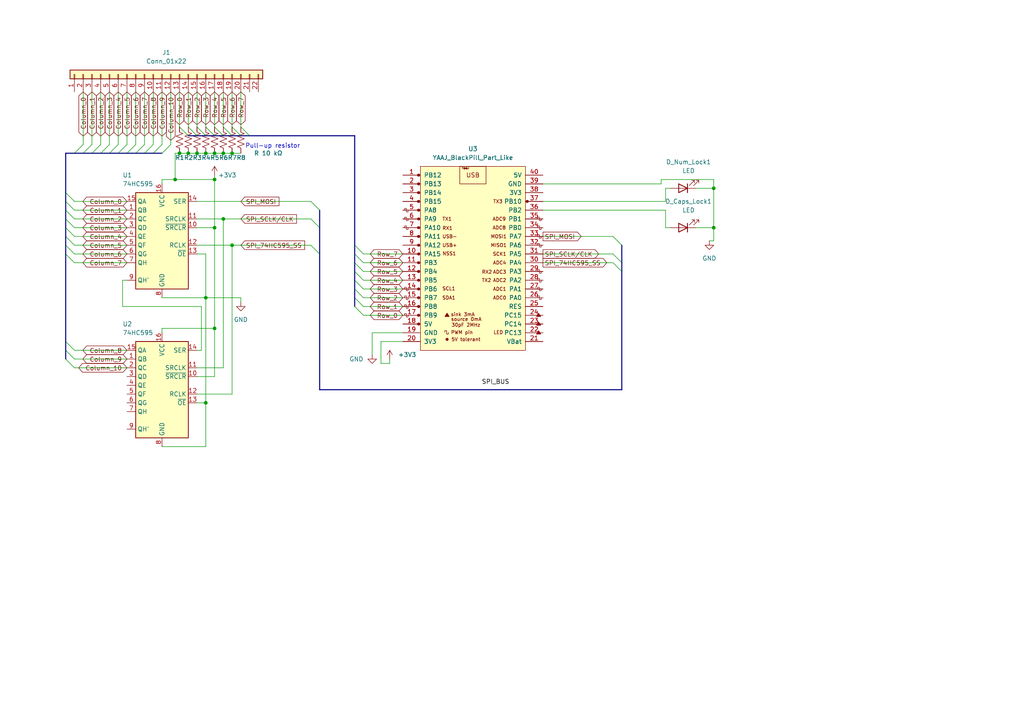
<source format=kicad_sch>
(kicad_sch (version 20211123) (generator eeschema)
  (paper "A4")
  (lib_symbols
    (symbol "74xx:74HC595"
      (property "Reference" "U" (at -7.62 13.97 0))
      (property "Value" "74HC595" (at -7.62 -16.51 0))
      (symbol "74HC595_1_0"
        (pin tri_state line (at 10.16 7.62 180) (length 2.54) (name "QB") (number "1"))
        (pin input line (at -10.16 2.54 0) (length 2.54) (name "~{SRCLR}") (number "10"))
        (pin input line (at -10.16 5.08 0) (length 2.54) (name "SRCLK") (number "11"))
        (pin input line (at -10.16 -2.54 0) (length 2.54) (name "RCLK") (number "12"))
        (pin input line (at -10.16 -5.08 0) (length 2.54) (name "~{OE}") (number "13"))
        (pin input line (at -10.16 10.16 0) (length 2.54) (name "SER") (number "14"))
        (pin tri_state line (at 10.16 10.16 180) (length 2.54) (name "QA") (number "15"))
        (pin power_in line (at 0 15.24 270) (length 2.54) (name "VCC") (number "16"))
        (pin tri_state line (at 10.16 5.08 180) (length 2.54) (name "QC") (number "2"))
        (pin tri_state line (at 10.16 2.54 180) (length 2.54) (name "QD") (number "3"))
        (pin tri_state line (at 10.16 0 180) (length 2.54) (name "QE") (number "4"))
        (pin tri_state line (at 10.16 -2.54 180) (length 2.54) (name "QF") (number "5"))
        (pin tri_state line (at 10.16 -5.08 180) (length 2.54) (name "QG") (number "6"))
        (pin tri_state line (at 10.16 -7.62 180) (length 2.54) (name "QH") (number "7"))
        (pin power_in line (at 0 -17.78 90) (length 2.54) (name "GND") (number "8"))
        (pin output line (at 10.16 -12.7 180) (length 2.54) (name "QH'") (number "9"))
      )
      (symbol "74HC595_1_1"
        (rectangle (start -7.62 12.7) (end 7.62 -15.24) (stroke (width 0.254)) (fill (type background)))
      )
    )
    (symbol "Connector_Generic:Conn_01x22" (pin_names (offset 1.016) hide)
      (property "Reference" "J" (at 0 27.94 0))
      (property "Value" "Conn_01x22" (at 0 -30.48 0))
      (symbol "Conn_01x22_1_1"
        (rectangle (start -1.27 -27.813) (end 0 -28.067) (stroke (width 0.1524)))
        (rectangle (start -1.27 -25.273) (end 0 -25.527) (stroke (width 0.1524)))
        (rectangle (start -1.27 -22.733) (end 0 -22.987) (stroke (width 0.1524)))
        (rectangle (start -1.27 -20.193) (end 0 -20.447) (stroke (width 0.1524)))
        (rectangle (start -1.27 -17.653) (end 0 -17.907) (stroke (width 0.1524)))
        (rectangle (start -1.27 -15.113) (end 0 -15.367) (stroke (width 0.1524)))
        (rectangle (start -1.27 -12.573) (end 0 -12.827) (stroke (width 0.1524)))
        (rectangle (start -1.27 -10.033) (end 0 -10.287) (stroke (width 0.1524)))
        (rectangle (start -1.27 -7.493) (end 0 -7.747) (stroke (width 0.1524)))
        (rectangle (start -1.27 -4.953) (end 0 -5.207) (stroke (width 0.1524)))
        (rectangle (start -1.27 -2.413) (end 0 -2.667) (stroke (width 0.1524)))
        (rectangle (start -1.27 0.127) (end 0 -0.127) (stroke (width 0.1524)))
        (rectangle (start -1.27 2.667) (end 0 2.413) (stroke (width 0.1524)))
        (rectangle (start -1.27 5.207) (end 0 4.953) (stroke (width 0.1524)))
        (rectangle (start -1.27 7.747) (end 0 7.493) (stroke (width 0.1524)))
        (rectangle (start -1.27 10.287) (end 0 10.033) (stroke (width 0.1524)))
        (rectangle (start -1.27 12.827) (end 0 12.573) (stroke (width 0.1524)))
        (rectangle (start -1.27 15.367) (end 0 15.113) (stroke (width 0.1524)))
        (rectangle (start -1.27 17.907) (end 0 17.653) (stroke (width 0.1524)))
        (rectangle (start -1.27 20.447) (end 0 20.193) (stroke (width 0.1524)))
        (rectangle (start -1.27 22.987) (end 0 22.733) (stroke (width 0.1524)))
        (rectangle (start -1.27 25.527) (end 0 25.273) (stroke (width 0.1524)))
        (rectangle (start -1.27 26.67) (end 1.27 -29.21) (stroke (width 0.254)) (fill (type background)))
        (pin passive line (at -5.08 25.4 0) (length 3.81) (name "Pin_1") (number "1"))
        (pin passive line (at -5.08 2.54 0) (length 3.81) (name "Pin_10") (number "10"))
        (pin passive line (at -5.08 0 0) (length 3.81) (name "Pin_11") (number "11"))
        (pin passive line (at -5.08 -2.54 0) (length 3.81) (name "Pin_12") (number "12"))
        (pin passive line (at -5.08 -5.08 0) (length 3.81) (name "Pin_13") (number "13"))
        (pin passive line (at -5.08 -7.62 0) (length 3.81) (name "Pin_14") (number "14"))
        (pin passive line (at -5.08 -10.16 0) (length 3.81) (name "Pin_15") (number "15"))
        (pin passive line (at -5.08 -12.7 0) (length 3.81) (name "Pin_16") (number "16"))
        (pin passive line (at -5.08 -15.24 0) (length 3.81) (name "Pin_17") (number "17"))
        (pin passive line (at -5.08 -17.78 0) (length 3.81) (name "Pin_18") (number "18"))
        (pin passive line (at -5.08 -20.32 0) (length 3.81) (name "Pin_19") (number "19"))
        (pin passive line (at -5.08 22.86 0) (length 3.81) (name "Pin_2") (number "2"))
        (pin passive line (at -5.08 -22.86 0) (length 3.81) (name "Pin_20") (number "20"))
        (pin passive line (at -5.08 -25.4 0) (length 3.81) (name "Pin_21") (number "21"))
        (pin passive line (at -5.08 -27.94 0) (length 3.81) (name "Pin_22") (number "22"))
        (pin passive line (at -5.08 20.32 0) (length 3.81) (name "Pin_3") (number "3"))
        (pin passive line (at -5.08 17.78 0) (length 3.81) (name "Pin_4") (number "4"))
        (pin passive line (at -5.08 15.24 0) (length 3.81) (name "Pin_5") (number "5"))
        (pin passive line (at -5.08 12.7 0) (length 3.81) (name "Pin_6") (number "6"))
        (pin passive line (at -5.08 10.16 0) (length 3.81) (name "Pin_7") (number "7"))
        (pin passive line (at -5.08 7.62 0) (length 3.81) (name "Pin_8") (number "8"))
        (pin passive line (at -5.08 5.08 0) (length 3.81) (name "Pin_9") (number "9"))
      )
    )
    (symbol "Device:LED" (pin_numbers hide) (pin_names (offset 1.016) hide)
      (property "Reference" "D" (at 0 2.54 0))
      (property "Value" "LED" (at 0 -2.54 0))
      (symbol "LED_0_1"
        (polyline (pts (xy -1.27 -1.27) (xy -1.27 1.27)) (stroke (width 0.254)))
        (polyline (pts (xy -1.27 0) (xy 1.27 0)))
        (polyline (pts (xy 1.27 -1.27) (xy 1.27 1.27) (xy -1.27 0) (xy 1.27 -1.27)) (stroke (width 0.254)))
        (polyline (pts (xy -3.048 -0.762) (xy -4.572 -2.286) (xy -3.81 -2.286) (xy -4.572 -2.286) (xy -4.572 -1.524)))
        (polyline (pts (xy -1.778 -0.762) (xy -3.302 -2.286) (xy -2.54 -2.286) (xy -3.302 -2.286) (xy -3.302 -1.524)))
      )
      (symbol "LED_1_1"
        (pin passive line (at -3.81 0 0) (length 2.54) (name "K") (number "1"))
        (pin passive line (at 3.81 0 180) (length 2.54) (name "A") (number "2"))
      )
    )
    (symbol "Device:R_US" (pin_numbers hide) (pin_names (offset 0))
      (property "Reference" "R" (at 2.54 0 90))
      (property "Value" "R_US" (at -2.54 0 90))
      (symbol "R_US_0_1"
        (polyline (pts (xy 0 -2.286) (xy 0 -2.54)))
        (polyline (pts (xy 0 2.286) (xy 0 2.54)))
        (polyline (pts (xy 0 -0.762) (xy 1.016 -1.143) (xy 0 -1.524) (xy -1.016 -1.905) (xy 0 -2.286)))
        (polyline (pts (xy 0 0.762) (xy 1.016 0.381) (xy 0 0) (xy -1.016 -0.381) (xy 0 -0.762)))
        (polyline (pts (xy 0 2.286) (xy 1.016 1.905) (xy 0 1.524) (xy -1.016 1.143) (xy 0 0.762)))
      )
      (symbol "R_US_1_1"
        (pin passive line (at 0 3.81 270) (length 1.27) (name "~") (number "1"))
        (pin passive line (at 0 -3.81 90) (length 1.27) (name "~") (number "2"))
      )
    )
    (symbol "YAAJ_WeAct_BlackPill_Part_Like:YAAJ_WeAct_BlackPill_Part_Like" (pin_names (offset 1.016))
      (property "Reference" "U" (at -12.7 27.94 0))
      (property "Value" "YAAJ_WeAct_BlackPill_Part_Like" (at 0 2.54 90))
      (symbol "YAAJ_WeAct_BlackPill_Part_Like_0_0"
        (circle (center -15.748 -20.32) (radius 0.3556) (fill (type outline)))
        (circle (center -15.748 -17.78) (radius 0.3556) (fill (type outline)))
        (circle (center -15.748 -15.24) (radius 0.3556) (fill (type outline)))
        (circle (center -15.748 -12.7) (radius 0.3556) (fill (type outline)))
        (circle (center -15.748 -10.16) (radius 0.3556) (fill (type outline)))
        (circle (center -15.748 -7.62) (radius 0.3556) (fill (type outline)))
        (circle (center -15.748 -5.08) (radius 0.3556) (fill (type outline)))
        (circle (center -15.748 -2.54) (radius 0.3556) (fill (type outline)))
        (circle (center -15.748 0) (radius 0.3556) (fill (type outline)))
        (circle (center -15.748 2.54) (radius 0.3556) (fill (type outline)))
        (circle (center -15.748 5.08) (radius 0.3556) (fill (type outline)))
        (circle (center -15.748 7.62) (radius 0.3556) (fill (type outline)))
        (circle (center -15.748 10.16) (radius 0.3556) (fill (type outline)))
        (circle (center -15.748 12.7) (radius 0.3556) (fill (type outline)))
        (circle (center -15.748 15.24) (radius 0.3556) (fill (type outline)))
        (circle (center -15.748 17.78) (radius 0.3556) (fill (type outline)))
        (circle (center -15.748 22.86) (radius 0.3556) (fill (type outline)))
        (circle (center -7.493 -24.765) (radius 0.127) (fill (type outline)))
        (circle (center -7.493 -24.765) (radius 0.254))
        (circle (center -7.493 -24.765) (radius 0.3556))
        (polyline (pts (xy -8.128 -18.161) (xy -7.493 -17.145) (xy -6.858 -18.161) (xy -8.128 -18.161) (xy -7.493 -17.272) (xy -6.985 -18.161) (xy -8.001 -18.034) (xy -7.493 -17.399) (xy -7.112 -18.161) (xy -7.874 -17.907) (xy -7.366 -17.526) (xy -7.239 -18.161) (xy -7.747 -17.78) (xy -7.239 -17.653) (xy -7.366 -18.034) (xy -7.62 -17.78) (xy -7.366 -17.907) (xy -7.493 -17.653)))
        (polyline (pts (xy 18.415 -23.241) (xy 19.05 -22.225) (xy 19.685 -23.241) (xy 18.415 -23.241) (xy 19.05 -22.352) (xy 19.558 -23.241) (xy 18.542 -23.114) (xy 19.05 -22.479) (xy 19.431 -23.241) (xy 18.669 -22.987) (xy 19.177 -22.606) (xy 19.304 -23.241) (xy 18.796 -22.86) (xy 19.304 -22.733) (xy 19.177 -23.114) (xy 18.923 -22.86) (xy 19.177 -22.987) (xy 19.05 -22.733)))
        (polyline (pts (xy 18.415 -20.701) (xy 19.05 -19.685) (xy 19.685 -20.701) (xy 18.415 -20.701) (xy 19.05 -19.812) (xy 19.558 -20.701) (xy 18.542 -20.574) (xy 19.05 -19.939) (xy 19.431 -20.701) (xy 18.669 -20.447) (xy 19.177 -20.066) (xy 19.304 -20.701) (xy 18.796 -20.32) (xy 19.304 -20.193) (xy 19.177 -20.574) (xy 18.923 -20.32) (xy 19.177 -20.447) (xy 19.05 -20.193)))
        (polyline (pts (xy 18.415 -18.161) (xy 19.05 -17.145) (xy 19.685 -18.161) (xy 18.415 -18.161) (xy 19.05 -17.272) (xy 19.558 -18.161) (xy 18.542 -18.034) (xy 19.05 -17.399) (xy 19.431 -18.161) (xy 18.669 -17.907) (xy 19.177 -17.526) (xy 19.304 -18.161) (xy 18.796 -17.78) (xy 19.304 -17.653) (xy 19.177 -18.034) (xy 18.923 -17.78) (xy 19.177 -17.907) (xy 19.05 -17.653)))
        (circle (center 15.748 15.24) (radius 0.254) (fill (type outline)))
        (circle (center 15.748 15.24) (radius 0.3556))
        (text "30pF 2MHz" (at -2.032 -20.574 0) (effects (font (size 0.9906 0.9906))))
        (text "5V tolerant" (at -2.032 -24.765 0) (effects (font (size 0.9906 0.9906))))
        (text "ADC0" (at 7.747 -12.7 0) (effects (font (size 0.9906 0.9906))))
        (text "ADC1" (at 7.747 -10.16 0) (effects (font (size 0.9906 0.9906))))
        (text "ADC2" (at 7.747 -7.62 0) (effects (font (size 0.9906 0.9906))))
        (text "ADC3" (at 7.747 -5.207 0) (effects (font (size 0.9906 0.9906))))
        (text "ADC4" (at 7.747 -2.54 0) (effects (font (size 0.9906 0.9906))))
        (text "ADC8" (at 7.62 7.62 0) (effects (font (size 0.9906 0.9906))))
        (text "ADC9" (at 7.62 10.16 0) (effects (font (size 0.9906 0.9906))))
        (text "LED" (at 7.366 -22.733 0) (effects (font (size 0.9906 0.9906))))
        (text "MISO1" (at 7.493 2.54 0) (effects (font (size 0.9906 0.9906))))
        (text "MOSI1" (at 7.493 5.08 0) (effects (font (size 0.9906 0.9906))))
        (text "NSS1" (at -6.858 0.127 0) (effects (font (size 0.9906 0.9906))))
        (text "PWM pin" (at -3.175 -22.733 0) (effects (font (size 0.9906 0.9906))))
        (text "RX1" (at -7.366 7.493 0) (effects (font (size 0.9906 0.9906))))
        (text "RX2" (at 4.064 -5.207 0) (effects (font (size 0.9906 0.9906))))
        (text "SCK1" (at 7.747 0 0) (effects (font (size 0.9906 0.9906))))
        (text "SCL1" (at -6.985 -10.033 0) (effects (font (size 0.9906 0.9906))))
        (text "SDA1" (at -6.985 -12.7 0) (effects (font (size 0.9906 0.9906))))
        (text "sink 3mA" (at -2.921 -17.526 0) (effects (font (size 0.9906 0.9906))))
        (text "source 0mA" (at -1.905 -18.923 0) (effects (font (size 0.9906 0.9906))))
        (text "TX1" (at -7.493 10.16 0) (effects (font (size 0.9906 0.9906))))
        (text "TX2" (at 3.937 -7.62 0) (effects (font (size 0.9906 0.9906))))
        (text "TX3" (at 7.239 15.24 0) (effects (font (size 0.9906 0.9906))))
        (text "USB" (at 0 22.86 0) (effects (font (size 1.27 1.27))))
        (text "USB+" (at -6.731 2.54 0) (effects (font (size 0.9906 0.9906))))
        (text "USB-" (at -6.731 5.08 0) (effects (font (size 0.9906 0.9906))))
        (text "Y@@J" (at -2.159 24.892 0) (effects (font (size 0.508 0.508))))
      )
      (symbol "YAAJ_WeAct_BlackPill_Part_Like_0_1"
        (rectangle (start -15.24 25.4) (end 15.24 -27.94) (fill (type background)))
        (polyline (pts (xy -18.796 -17.78) (xy -18.796 -18.288) (xy -19.304 -18.288) (xy -19.304 -17.272) (xy -19.812 -17.272) (xy -19.812 -17.78)))
        (polyline (pts (xy -18.796 -15.24) (xy -18.796 -15.748) (xy -19.304 -15.748) (xy -19.304 -14.732) (xy -19.812 -14.732) (xy -19.812 -15.24)))
        (polyline (pts (xy -18.796 -12.7) (xy -18.796 -13.208) (xy -19.304 -13.208) (xy -19.304 -12.192) (xy -19.812 -12.192) (xy -19.812 -12.7)))
        (polyline (pts (xy -18.796 -10.16) (xy -18.796 -10.668) (xy -19.304 -10.668) (xy -19.304 -9.652) (xy -19.812 -9.652) (xy -19.812 -10.16)))
        (polyline (pts (xy -18.796 7.62) (xy -18.796 7.112) (xy -19.304 7.112) (xy -19.304 8.128) (xy -19.812 8.128) (xy -19.812 7.62)))
        (polyline (pts (xy -18.796 10.16) (xy -18.796 9.652) (xy -19.304 9.652) (xy -19.304 10.668) (xy -19.812 10.668) (xy -19.812 10.16)))
        (polyline (pts (xy -18.796 12.7) (xy -18.796 12.192) (xy -19.304 12.192) (xy -19.304 13.208) (xy -19.812 13.208) (xy -19.812 12.7)))
        (polyline (pts (xy -7.112 -22.733) (xy -7.112 -23.241) (xy -7.62 -23.241) (xy -7.62 -22.225) (xy -8.128 -22.225) (xy -8.128 -22.733)))
        (polyline (pts (xy 19.812 -12.7) (xy 19.812 -13.208) (xy 19.304 -13.208) (xy 19.304 -12.192) (xy 18.796 -12.192) (xy 18.796 -12.7)))
        (polyline (pts (xy 19.812 -10.16) (xy 19.812 -10.668) (xy 19.304 -10.668) (xy 19.304 -9.652) (xy 18.796 -9.652) (xy 18.796 -10.16)))
        (polyline (pts (xy 19.812 -7.62) (xy 19.812 -8.128) (xy 19.304 -8.128) (xy 19.304 -7.112) (xy 18.796 -7.112) (xy 18.796 -7.62)))
        (polyline (pts (xy 19.812 -5.08) (xy 19.812 -5.588) (xy 19.304 -5.588) (xy 19.304 -4.572) (xy 18.796 -4.572) (xy 18.796 -5.08)))
        (polyline (pts (xy 19.812 2.54) (xy 19.812 2.032) (xy 19.304 2.032) (xy 19.304 3.048) (xy 18.796 3.048) (xy 18.796 2.54)))
        (polyline (pts (xy 19.812 5.08) (xy 19.812 4.572) (xy 19.304 4.572) (xy 19.304 5.588) (xy 18.796 5.588) (xy 18.796 5.08)))
        (polyline (pts (xy 19.812 7.62) (xy 19.812 7.112) (xy 19.304 7.112) (xy 19.304 8.128) (xy 18.796 8.128) (xy 18.796 7.62)))
        (polyline (pts (xy 19.812 10.16) (xy 19.812 9.652) (xy 19.304 9.652) (xy 19.304 10.668) (xy 18.796 10.668) (xy 18.796 10.16)))
        (rectangle (start 3.81 25.4) (end -3.81 20.32))
      )
      (symbol "YAAJ_WeAct_BlackPill_Part_Like_1_1"
        (circle (center -15.748 20.32) (radius 0.3556) (fill (type outline)))
        (pin bidirectional line (at -20.32 22.86 0) (length 5.08) (name "PB12") (number "1"))
        (pin bidirectional line (at -20.32 0 0) (length 5.08) (name "PA15") (number "10"))
        (pin bidirectional line (at -20.32 -2.54 0) (length 5.08) (name "PB3") (number "11"))
        (pin bidirectional line (at -20.32 -5.08 0) (length 5.08) (name "PB4") (number "12"))
        (pin bidirectional line (at -20.32 -7.62 0) (length 5.08) (name "PB5") (number "13"))
        (pin bidirectional line (at -20.32 -10.16 0) (length 5.08) (name "PB6") (number "14"))
        (pin bidirectional line (at -20.32 -12.7 0) (length 5.08) (name "PB7") (number "15"))
        (pin bidirectional line (at -20.32 -15.24 0) (length 5.08) (name "PB8") (number "16"))
        (pin bidirectional line (at -20.32 -17.78 0) (length 5.08) (name "PB9") (number "17"))
        (pin power_in line (at -20.32 -20.32 0) (length 5.08) (name "5V") (number "18"))
        (pin power_in line (at -20.32 -22.86 0) (length 5.08) (name "GND") (number "19"))
        (pin bidirectional line (at -20.32 20.32 0) (length 5.08) (name "PB13") (number "2"))
        (pin power_in line (at -20.32 -25.4 0) (length 5.08) (name "3V3") (number "20"))
        (pin power_in line (at 20.32 -25.4 180) (length 5.08) (name "VBat") (number "21"))
        (pin bidirectional line (at 20.32 -22.86 180) (length 5.08) (name "PC13") (number "22"))
        (pin bidirectional line (at 20.32 -20.32 180) (length 5.08) (name "PC14") (number "23"))
        (pin bidirectional line (at 20.32 -17.78 180) (length 5.08) (name "PC15") (number "24"))
        (pin input line (at 20.32 -15.24 180) (length 5.08) (name "RES") (number "25"))
        (pin bidirectional line (at 20.32 -12.7 180) (length 5.08) (name "PA0") (number "26"))
        (pin bidirectional line (at 20.32 -10.16 180) (length 5.08) (name "PA1") (number "27"))
        (pin bidirectional line (at 20.32 -7.62 180) (length 5.08) (name "PA2") (number "28"))
        (pin bidirectional line (at 20.32 -5.08 180) (length 5.08) (name "PA3") (number "29"))
        (pin bidirectional line (at -20.32 17.78 0) (length 5.08) (name "PB14") (number "3"))
        (pin bidirectional line (at 20.32 -2.54 180) (length 5.08) (name "PA4") (number "30"))
        (pin bidirectional line (at 20.32 0 180) (length 5.08) (name "PA5") (number "31"))
        (pin bidirectional line (at 20.32 2.54 180) (length 5.08) (name "PA6") (number "32"))
        (pin bidirectional line (at 20.32 5.08 180) (length 5.08) (name "PA7") (number "33"))
        (pin bidirectional line (at 20.32 7.62 180) (length 5.08) (name "PB0") (number "34"))
        (pin bidirectional line (at 20.32 10.16 180) (length 5.08) (name "PB1") (number "35"))
        (pin bidirectional line (at 20.32 12.7 180) (length 5.08) (name "PB2") (number "36"))
        (pin bidirectional line (at 20.32 15.24 180) (length 5.08) (name "PB10") (number "37"))
        (pin power_in line (at 20.32 17.78 180) (length 5.08) (name "3V3") (number "38"))
        (pin power_in line (at 20.32 20.32 180) (length 5.08) (name "GND") (number "39"))
        (pin bidirectional line (at -20.32 15.24 0) (length 5.08) (name "PB15") (number "4"))
        (pin power_in line (at 20.32 22.86 180) (length 5.08) (name "5V") (number "40"))
        (pin bidirectional line (at -20.32 12.7 0) (length 5.08) (name "PA8") (number "5"))
        (pin bidirectional line (at -20.32 10.16 0) (length 5.08) (name "PA9") (number "6"))
        (pin bidirectional line (at -20.32 7.62 0) (length 5.08) (name "PA10") (number "7"))
        (pin bidirectional line (at -20.32 5.08 0) (length 5.08) (name "PA11") (number "8"))
        (pin bidirectional line (at -20.32 2.54 0) (length 5.08) (name "PA12") (number "9"))
      )
    )
    (symbol "power:+3V3" (power) (pin_names (offset 0))
      (property "Value" "+3V3" (at 0 3.556 0))
      (symbol "+3V3_0_1"
        (polyline (pts (xy -0.762 1.27) (xy 0 2.54)))
        (polyline (pts (xy 0 0) (xy 0 2.54)))
        (polyline (pts (xy 0 2.54) (xy 0.762 1.27)))
      )
      (symbol "+3V3_1_1"
        (pin power_in line (at 0 0 90) (length 0) hide (name "+3V3") (number "1"))
      )
    )
    (symbol "power:GND" (power) (pin_names (offset 0))
      (property "Value" "GND" (at 0 -3.81 0))
      (symbol "GND_0_1"
        (polyline (pts (xy 0 0) (xy 0 -1.27) (xy 1.27 -1.27) (xy 0 -2.54) (xy -1.27 -1.27) (xy 0 -1.27)))
      )
      (symbol "GND_1_1"
        (pin power_in line (at 0 0 270) (length 0) hide (name "GND") (number "1"))
      )
    )
  )
  (junction (at 62.23 52.07))
  (junction (at 52.07 44.45))
  (junction (at 64.77 63.5))
  (junction (at 50.8 52.07))
  (junction (at 57.15 44.45))
  (junction (at 59.69 86.36))
  (junction (at 207.01 54.61))
  (junction (at 62.23 44.45))
  (junction (at 67.31 44.45))
  (junction (at 67.31 71.12))
  (junction (at 54.61 44.45))
  (junction (at 62.23 66.04))
  (junction (at 59.69 44.45))
  (junction (at 59.69 116.84))
  (junction (at 62.23 95.25))
  (junction (at 207.01 66.04))
  (junction (at 64.77 44.45))
  (bus_entry (at 90.17 63.5) (size 2.54 2.54))
  (bus_entry (at 90.17 71.12) (size 2.54 2.54))
  (bus_entry (at 90.17 58.42) (size 2.54 2.54))
  (bus_entry (at 19.05 63.5) (size 2.54 2.54))
  (bus_entry (at 19.05 55.88) (size 2.54 2.54))
  (bus_entry (at 19.05 60.96) (size 2.54 2.54))
  (bus_entry (at 19.05 58.42) (size 2.54 2.54))
  (bus_entry (at 19.05 68.58) (size 2.54 2.54))
  (bus_entry (at 19.05 71.12) (size 2.54 2.54))
  (bus_entry (at 19.05 73.66) (size 2.54 2.54))
  (bus_entry (at 19.05 66.04) (size 2.54 2.54))
  (bus_entry (at 19.05 101.6) (size 2.54 2.54))
  (bus_entry (at 19.05 99.06) (size 2.54 2.54))
  (bus_entry (at 19.05 104.14) (size 2.54 2.54))
  (bus_entry (at 41.91 41.91) (size -2.54 2.54))
  (bus_entry (at 49.53 41.91) (size -2.54 2.54))
  (bus_entry (at 46.99 41.91) (size -2.54 2.54))
  (bus_entry (at 44.45 41.91) (size -2.54 2.54))
  (bus_entry (at 39.37 41.91) (size -2.54 2.54))
  (bus_entry (at 67.31 36.83) (size 2.54 2.54))
  (bus_entry (at 69.85 36.83) (size 2.54 2.54))
  (bus_entry (at 62.23 36.83) (size 2.54 2.54))
  (bus_entry (at 54.61 36.83) (size 2.54 2.54))
  (bus_entry (at 57.15 36.83) (size 2.54 2.54))
  (bus_entry (at 59.69 36.83) (size 2.54 2.54))
  (bus_entry (at 64.77 36.83) (size 2.54 2.54))
  (bus_entry (at 52.07 36.83) (size 2.54 2.54))
  (bus_entry (at 102.87 81.28) (size 2.54 2.54))
  (bus_entry (at 102.87 78.74) (size 2.54 2.54))
  (bus_entry (at 102.87 76.2) (size 2.54 2.54))
  (bus_entry (at 105.41 91.44) (size -2.54 -2.54))
  (bus_entry (at 105.41 88.9) (size -2.54 -2.54))
  (bus_entry (at 102.87 83.82) (size 2.54 2.54))
  (bus_entry (at 102.87 71.12) (size 2.54 2.54))
  (bus_entry (at 102.87 73.66) (size 2.54 2.54))
  (bus_entry (at 177.8 73.66) (size 2.54 2.54))
  (bus_entry (at 177.8 76.2) (size 2.54 2.54))
  (bus_entry (at 177.8 68.58) (size 2.54 2.54))
  (bus_entry (at 36.83 41.91) (size -2.54 2.54))
  (bus_entry (at 34.29 41.91) (size -2.54 2.54))
  (bus_entry (at 31.75 41.91) (size -2.54 2.54))
  (bus_entry (at 29.21 41.91) (size -2.54 2.54))
  (bus_entry (at 24.13 41.91) (size -2.54 2.54))
  (bus_entry (at 26.67 41.91) (size -2.54 2.54))
  (wire (pts (xy 41.91 26.67) (xy 41.91 41.91)))
  (wire (pts (xy 57.15 26.67) (xy 57.15 36.83)))
  (bus (pts (xy 41.91 44.45) (xy 44.45 44.45)))
  (wire (pts (xy 52.07 26.67) (xy 52.07 36.83)))
  (bus (pts (xy 29.21 44.45) (xy 31.75 44.45)))
  (wire (pts (xy 64.77 44.45) (xy 67.31 44.45)))
  (bus (pts (xy 64.77 39.37) (xy 67.31 39.37)))
  (wire (pts (xy 191.77 53.34) (xy 191.77 52.07)))
  (wire (pts (xy 207.01 69.85) (xy 205.74 69.85)))
  (wire (pts (xy 31.75 26.67) (xy 31.75 41.91)))
  (wire (pts (xy 207.01 66.04) (xy 207.01 69.85)))
  (wire (pts (xy 67.31 71.12) (xy 57.15 71.12)))
  (wire (pts (xy 59.69 116.84) (xy 59.69 86.36)))
  (wire (pts (xy 69.85 86.36) (xy 69.85 87.63)))
  (wire (pts (xy 62.23 52.07) (xy 62.23 66.04)))
  (wire (pts (xy 52.07 44.45) (xy 54.61 44.45)))
  (wire (pts (xy 21.59 63.5) (xy 36.83 63.5)))
  (wire (pts (xy 201.93 54.61) (xy 207.01 54.61)))
  (wire (pts (xy 107.95 96.52) (xy 107.95 102.87)))
  (wire (pts (xy 36.83 26.67) (xy 36.83 41.91)))
  (bus (pts (xy 24.13 44.45) (xy 26.67 44.45)))
  (wire (pts (xy 46.99 95.25) (xy 46.99 96.52)))
  (wire (pts (xy 21.59 101.6) (xy 36.83 101.6)))
  (wire (pts (xy 62.23 26.67) (xy 62.23 36.83)))
  (wire (pts (xy 21.59 60.96) (xy 36.83 60.96)))
  (wire (pts (xy 193.04 66.04) (xy 194.31 66.04)))
  (wire (pts (xy 54.61 44.45) (xy 57.15 44.45)))
  (wire (pts (xy 21.59 106.68) (xy 36.83 106.68)))
  (wire (pts (xy 57.15 116.84) (xy 59.69 116.84)))
  (wire (pts (xy 67.31 26.67) (xy 67.31 36.83)))
  (wire (pts (xy 157.48 58.42) (xy 193.04 58.42)))
  (wire (pts (xy 67.31 71.12) (xy 90.17 71.12)))
  (bus (pts (xy 34.29 44.45) (xy 36.83 44.45)))
  (wire (pts (xy 110.49 105.41) (xy 113.03 105.41)))
  (wire (pts (xy 49.53 26.67) (xy 49.53 41.91)))
  (wire (pts (xy 39.37 26.67) (xy 39.37 41.91)))
  (wire (pts (xy 21.59 66.04) (xy 36.83 66.04)))
  (wire (pts (xy 105.41 78.74) (xy 116.84 78.74)))
  (wire (pts (xy 64.77 63.5) (xy 57.15 63.5)))
  (bus (pts (xy 19.05 101.6) (xy 19.05 104.14)))
  (wire (pts (xy 21.59 104.14) (xy 36.83 104.14)))
  (wire (pts (xy 207.01 54.61) (xy 207.01 66.04)))
  (bus (pts (xy 102.87 76.2) (xy 102.87 73.66)))
  (wire (pts (xy 105.41 73.66) (xy 116.84 73.66)))
  (wire (pts (xy 46.99 86.36) (xy 59.69 86.36)))
  (wire (pts (xy 116.84 96.52) (xy 107.95 96.52)))
  (bus (pts (xy 44.45 44.45) (xy 46.99 44.45)))
  (bus (pts (xy 19.05 58.42) (xy 19.05 60.96)))
  (wire (pts (xy 113.03 105.41) (xy 113.03 104.14)))
  (wire (pts (xy 35.56 81.28) (xy 35.56 88.9)))
  (wire (pts (xy 21.59 68.58) (xy 36.83 68.58)))
  (wire (pts (xy 59.69 44.45) (xy 62.23 44.45)))
  (wire (pts (xy 46.99 95.25) (xy 62.23 95.25)))
  (bus (pts (xy 19.05 71.12) (xy 19.05 73.66)))
  (wire (pts (xy 46.99 52.07) (xy 50.8 52.07)))
  (bus (pts (xy 92.71 60.96) (xy 92.71 66.04)))
  (bus (pts (xy 102.87 83.82) (xy 102.87 86.36)))
  (bus (pts (xy 31.75 44.45) (xy 34.29 44.45)))
  (wire (pts (xy 59.69 86.36) (xy 69.85 86.36)))
  (bus (pts (xy 19.05 60.96) (xy 19.05 63.5)))
  (bus (pts (xy 92.71 66.04) (xy 92.71 73.66)))
  (wire (pts (xy 62.23 66.04) (xy 62.23 95.25)))
  (wire (pts (xy 58.42 101.6) (xy 57.15 101.6)))
  (wire (pts (xy 57.15 66.04) (xy 62.23 66.04)))
  (bus (pts (xy 62.23 39.37) (xy 64.77 39.37)))
  (wire (pts (xy 59.69 73.66) (xy 59.69 86.36)))
  (bus (pts (xy 102.87 73.66) (xy 102.87 71.12)))
  (wire (pts (xy 105.41 83.82) (xy 116.84 83.82)))
  (bus (pts (xy 180.34 71.12) (xy 180.34 76.2)))
  (wire (pts (xy 105.41 76.2) (xy 116.84 76.2)))
  (bus (pts (xy 19.05 99.06) (xy 19.05 101.6)))
  (wire (pts (xy 64.77 63.5) (xy 90.17 63.5)))
  (wire (pts (xy 67.31 114.3) (xy 67.31 71.12)))
  (bus (pts (xy 180.34 76.2) (xy 180.34 78.74)))
  (wire (pts (xy 44.45 26.67) (xy 44.45 41.91)))
  (wire (pts (xy 116.84 91.44) (xy 105.41 91.44)))
  (wire (pts (xy 50.8 44.45) (xy 50.8 52.07)))
  (wire (pts (xy 62.23 95.25) (xy 62.23 109.22)))
  (wire (pts (xy 50.8 52.07) (xy 62.23 52.07)))
  (wire (pts (xy 64.77 26.67) (xy 64.77 36.83)))
  (wire (pts (xy 59.69 116.84) (xy 59.69 129.54)))
  (wire (pts (xy 62.23 44.45) (xy 64.77 44.45)))
  (bus (pts (xy 57.15 39.37) (xy 59.69 39.37)))
  (bus (pts (xy 72.39 39.37) (xy 102.87 39.37)))
  (bus (pts (xy 39.37 44.45) (xy 41.91 44.45)))
  (wire (pts (xy 207.01 66.04) (xy 201.93 66.04)))
  (wire (pts (xy 59.69 73.66) (xy 57.15 73.66)))
  (wire (pts (xy 157.48 60.96) (xy 193.04 60.96)))
  (wire (pts (xy 191.77 52.07) (xy 207.01 52.07)))
  (wire (pts (xy 35.56 88.9) (xy 58.42 88.9)))
  (wire (pts (xy 21.59 58.42) (xy 36.83 58.42)))
  (bus (pts (xy 19.05 68.58) (xy 19.05 71.12)))
  (wire (pts (xy 34.29 26.67) (xy 34.29 41.91)))
  (wire (pts (xy 21.59 71.12) (xy 36.83 71.12)))
  (wire (pts (xy 105.41 81.28) (xy 116.84 81.28)))
  (wire (pts (xy 46.99 52.07) (xy 46.99 53.34)))
  (wire (pts (xy 116.84 88.9) (xy 105.41 88.9)))
  (wire (pts (xy 157.48 73.66) (xy 177.8 73.66)))
  (bus (pts (xy 19.05 55.88) (xy 19.05 44.45)))
  (bus (pts (xy 19.05 63.5) (xy 19.05 66.04)))
  (wire (pts (xy 21.59 73.66) (xy 36.83 73.66)))
  (wire (pts (xy 52.07 44.45) (xy 50.8 44.45)))
  (wire (pts (xy 193.04 54.61) (xy 194.31 54.61)))
  (wire (pts (xy 24.13 26.67) (xy 24.13 41.91)))
  (wire (pts (xy 67.31 44.45) (xy 69.85 44.45)))
  (wire (pts (xy 64.77 106.68) (xy 57.15 106.68)))
  (wire (pts (xy 57.15 58.42) (xy 90.17 58.42)))
  (bus (pts (xy 102.87 86.36) (xy 102.87 88.9)))
  (bus (pts (xy 26.67 44.45) (xy 29.21 44.45)))
  (wire (pts (xy 64.77 63.5) (xy 64.77 106.68)))
  (wire (pts (xy 69.85 26.67) (xy 69.85 36.83)))
  (wire (pts (xy 21.59 76.2) (xy 36.83 76.2)))
  (wire (pts (xy 35.56 81.28) (xy 36.83 81.28)))
  (wire (pts (xy 54.61 26.67) (xy 54.61 36.83)))
  (wire (pts (xy 29.21 26.67) (xy 29.21 41.91)))
  (bus (pts (xy 19.05 55.88) (xy 19.05 58.42)))
  (bus (pts (xy 21.59 44.45) (xy 24.13 44.45)))
  (wire (pts (xy 116.84 99.06) (xy 110.49 99.06)))
  (bus (pts (xy 59.69 39.37) (xy 62.23 39.37)))
  (wire (pts (xy 57.15 44.45) (xy 59.69 44.45)))
  (bus (pts (xy 180.34 78.74) (xy 180.34 113.03)))
  (wire (pts (xy 26.67 26.67) (xy 26.67 41.91)))
  (bus (pts (xy 69.85 39.37) (xy 72.39 39.37)))
  (bus (pts (xy 102.87 81.28) (xy 102.87 78.74)))
  (bus (pts (xy 36.83 44.45) (xy 39.37 44.45)))
  (bus (pts (xy 92.71 113.03) (xy 180.34 113.03)))
  (wire (pts (xy 110.49 99.06) (xy 110.49 105.41)))
  (wire (pts (xy 207.01 52.07) (xy 207.01 54.61)))
  (wire (pts (xy 62.23 52.07) (xy 62.23 50.8)))
  (wire (pts (xy 57.15 109.22) (xy 62.23 109.22)))
  (wire (pts (xy 46.99 26.67) (xy 46.99 41.91)))
  (wire (pts (xy 105.41 86.36) (xy 116.84 86.36)))
  (bus (pts (xy 19.05 66.04) (xy 19.05 68.58)))
  (wire (pts (xy 193.04 58.42) (xy 193.04 54.61)))
  (wire (pts (xy 59.69 129.54) (xy 46.99 129.54)))
  (wire (pts (xy 57.15 114.3) (xy 67.31 114.3)))
  (wire (pts (xy 58.42 88.9) (xy 58.42 101.6)))
  (bus (pts (xy 102.87 83.82) (xy 102.87 81.28)))
  (bus (pts (xy 19.05 73.66) (xy 19.05 99.06)))
  (bus (pts (xy 102.87 78.74) (xy 102.87 76.2)))
  (wire (pts (xy 157.48 68.58) (xy 177.8 68.58)))
  (wire (pts (xy 193.04 60.96) (xy 193.04 66.04)))
  (bus (pts (xy 54.61 39.37) (xy 57.15 39.37)))
  (bus (pts (xy 92.71 113.03) (xy 92.71 73.66)))
  (bus (pts (xy 67.31 39.37) (xy 69.85 39.37)))
  (wire (pts (xy 59.69 26.67) (xy 59.69 36.83)))
  (wire (pts (xy 157.48 76.2) (xy 177.8 76.2)))
  (bus (pts (xy 19.05 44.45) (xy 21.59 44.45)))
  (wire (pts (xy 157.48 53.34) (xy 191.77 53.34)))
  (bus (pts (xy 102.87 71.12) (xy 102.87 39.37)))
  (text "Pull-up resistor\n" (at 71.12 43.18 0) (effects (font (size 1.27 1.27)) (justify left bottom)))
  (label "SPI_BUS" (at 139.7 111.76 0))
  (global_label "Row_6" (shape bidirectional) (at 67.31 26.67 270) (property "Intersheet References" "${INTERSHEET_REFS}" (effects hide)))
  (global_label "Column_10" (shape bidirectional) (at 49.53 26.67 270) (property "Intersheet References" "${INTERSHEET_REFS}" (effects hide)))
  (global_label "Row_0" (shape bidirectional) (at 116.84 91.44 180) (property "Intersheet References" "${INTERSHEET_REFS}" (effects hide)))
  (global_label "Row_2" (shape bidirectional) (at 57.15 26.67 270) (property "Intersheet References" "${INTERSHEET_REFS}" (effects hide)))
  (global_label "Column_0" (shape bidirectional) (at 24.13 26.67 270) (property "Intersheet References" "${INTERSHEET_REFS}" (effects hide)))
  (global_label "Column_0" (shape bidirectional) (at 36.83 58.42 180) (property "Intersheet References" "${INTERSHEET_REFS}" (effects hide)))
  (global_label "Row_5" (shape bidirectional) (at 64.77 26.67 270) (property "Intersheet References" "${INTERSHEET_REFS}" (effects hide)))
  (global_label "Column_9" (shape bidirectional) (at 46.99 26.67 270) (property "Intersheet References" "${INTERSHEET_REFS}" (effects hide)))
  (global_label "Column_7" (shape bidirectional) (at 36.83 76.2 180) (property "Intersheet References" "${INTERSHEET_REFS}" (effects hide)))
  (global_label "Column_3" (shape bidirectional) (at 31.75 26.67 270) (property "Intersheet References" "${INTERSHEET_REFS}" (effects hide)))
  (global_label "Column_6" (shape bidirectional) (at 39.37 26.67 270) (property "Intersheet References" "${INTERSHEET_REFS}" (effects hide)))
  (global_label "SPI_MOSI" (shape output) (at 157.48 68.58 0) (property "Intersheet References" "${INTERSHEET_REFS}" (effects hide)))
  (global_label "Row_0" (shape bidirectional) (at 52.07 26.67 270) (property "Intersheet References" "${INTERSHEET_REFS}" (effects hide)))
  (global_label "Row_7" (shape bidirectional) (at 69.85 26.67 270) (property "Intersheet References" "${INTERSHEET_REFS}" (effects hide)))
  (global_label "Row_5" (shape bidirectional) (at 116.84 78.74 180) (property "Intersheet References" "${INTERSHEET_REFS}" (effects hide)))
  (global_label "Column_5" (shape bidirectional) (at 36.83 26.67 270) (property "Intersheet References" "${INTERSHEET_REFS}" (effects hide)))
  (global_label "Row_6" (shape bidirectional) (at 116.84 76.2 180) (property "Intersheet References" "${INTERSHEET_REFS}" (effects hide)))
  (global_label "Column_2" (shape bidirectional) (at 29.21 26.67 270) (property "Intersheet References" "${INTERSHEET_REFS}" (effects hide)))
  (global_label "Column_1" (shape bidirectional) (at 36.83 60.96 180) (property "Intersheet References" "${INTERSHEET_REFS}" (effects hide)))
  (global_label "Column_2" (shape bidirectional) (at 36.83 63.5 180) (property "Intersheet References" "${INTERSHEET_REFS}" (effects hide)))
  (global_label "Row_1" (shape bidirectional) (at 54.61 26.67 270) (property "Intersheet References" "${INTERSHEET_REFS}" (effects hide)))
  (global_label "Column_1" (shape bidirectional) (at 26.67 26.67 270) (property "Intersheet References" "${INTERSHEET_REFS}" (effects hide)))
  (global_label "SPI_74HC595_SS" (shape output) (at 157.48 76.2 0) (property "Intersheet References" "${INTERSHEET_REFS}" (effects hide)))
  (global_label "Column_4" (shape bidirectional) (at 36.83 68.58 180) (property "Intersheet References" "${INTERSHEET_REFS}" (effects hide)))
  (global_label "Column_8" (shape bidirectional) (at 36.83 101.6 180) (property "Intersheet References" "${INTERSHEET_REFS}" (effects hide)))
  (global_label "SPI_74HC595_SS" (shape input) (at 69.85 71.12 0) (property "Intersheet References" "${INTERSHEET_REFS}" (effects hide)))
  (global_label "Column_7" (shape bidirectional) (at 41.91 26.67 270) (property "Intersheet References" "${INTERSHEET_REFS}" (effects hide)))
  (global_label "SPI_SCLK{slash}CLK" (shape output) (at 157.48 73.66 0) (property "Intersheet References" "${INTERSHEET_REFS}" (effects hide)))
  (global_label "Column_4" (shape bidirectional) (at 34.29 26.67 270) (property "Intersheet References" "${INTERSHEET_REFS}" (effects hide)))
  (global_label "Column_3" (shape bidirectional) (at 36.83 66.04 180) (property "Intersheet References" "${INTERSHEET_REFS}" (effects hide)))
  (global_label "Row_2" (shape bidirectional) (at 116.84 86.36 180) (property "Intersheet References" "${INTERSHEET_REFS}" (effects hide)))
  (global_label "Column_9" (shape bidirectional) (at 36.83 104.14 180) (property "Intersheet References" "${INTERSHEET_REFS}" (effects hide)))
  (global_label "Row_4" (shape bidirectional) (at 116.84 81.28 180) (property "Intersheet References" "${INTERSHEET_REFS}" (effects hide)))
  (global_label "Column_10" (shape bidirectional) (at 36.83 106.68 180) (property "Intersheet References" "${INTERSHEET_REFS}" (effects hide)))
  (global_label "Column_6" (shape bidirectional) (at 36.83 73.66 180) (property "Intersheet References" "${INTERSHEET_REFS}" (effects hide)))
  (global_label "Row_3" (shape bidirectional) (at 59.69 26.67 270) (property "Intersheet References" "${INTERSHEET_REFS}" (effects hide)))
  (global_label "Row_3" (shape bidirectional) (at 116.84 83.82 180) (property "Intersheet References" "${INTERSHEET_REFS}" (effects hide)))
  (global_label "Row_4" (shape bidirectional) (at 62.23 26.67 270) (property "Intersheet References" "${INTERSHEET_REFS}" (effects hide)))
  (global_label "Row_7" (shape bidirectional) (at 116.84 73.66 180) (property "Intersheet References" "${INTERSHEET_REFS}" (effects hide)))
  (global_label "SPI_SCLK{slash}CLK" (shape input) (at 69.85 63.5 0) (property "Intersheet References" "${INTERSHEET_REFS}" (effects hide)))
  (global_label "Column_5" (shape bidirectional) (at 36.83 71.12 180) (property "Intersheet References" "${INTERSHEET_REFS}" (effects hide)))
  (global_label "SPI_MOSI" (shape input) (at 69.85 58.42 0) (property "Intersheet References" "${INTERSHEET_REFS}" (effects hide)))
  (global_label "Column_8" (shape bidirectional) (at 44.45 26.67 270) (property "Intersheet References" "${INTERSHEET_REFS}" (effects hide)))
  (global_label "Row_1" (shape bidirectional) (at 116.84 88.9 180) (property "Intersheet References" "${INTERSHEET_REFS}" (effects hide)))
  (symbol (lib_id "Device:R_US") (at 67.31 40.64 0) (unit 1)
    (property "Reference" "R7" (at 66.04 45.72 0) (effects (justify left)))
    (property "Value" "R 10 kΩ" (effects hide))
    (property "Footprint" "Resistor_THT:R_Axial_DIN0207_L6.3mm_D2.5mm_P10.16mm_Horizontal" (effects hide))
  )
  (symbol (lib_id "Device:R_US") (at 69.85 40.64 0) (unit 1)
    (property "Reference" "R8" (at 68.58 45.72 0) (effects (justify left)))
    (property "Value" "R 10 kΩ" (at 73.66 44.45 0) (effects (justify left)))
    (property "Footprint" "Resistor_THT:R_Axial_DIN0207_L6.3mm_D2.5mm_P10.16mm_Horizontal" (effects hide))
  )
  (symbol (lib_id "power:+3V3") (at 113.03 104.14 0) (unit 1)
    (property "Reference" "#PWR03" (effects hide))
    (property "Value" "+3V3" (at 118.11 102.87 0))
  )
  (symbol (lib_id "Device:LED") (at 198.12 54.61 180) (unit 1)
    (property "Reference" "D_Num_Lock1" (at 199.7075 46.99 0))
    (property "Value" "LED" (at 199.7075 49.53 0))
    (property "Footprint" "LED_THT:LED_D5.0mm" (effects hide))
  )
  (symbol (lib_id "power:GND") (at 205.74 69.85 0) (unit 1)
    (property "Reference" "#PWR0101" (effects hide))
    (property "Value" "GND" (at 205.74 74.93 0))
  )
  (symbol (lib_id "YAAJ_WeAct_BlackPill_Part_Like:YAAJ_WeAct_BlackPill_Part_Like") (at 137.16 73.66 0) (unit 1)
    (property "Reference" "U3" (at 137.16 43.18 0))
    (property "Value" "YAAJ_BlackPill_Part_Like" (at 137.16 45.72 0))
    (property "Footprint" "Package_DIP:DIP-40_W15.24mm_Socket_LongPads" (effects hide))
  )
  (symbol (lib_id "Device:R_US") (at 52.07 40.64 0) (unit 1)
    (property "Reference" "R1" (at 50.8 45.72 0) (effects (justify left)))
    (property "Value" "R 10 kΩ" (effects hide))
    (property "Footprint" "Resistor_THT:R_Axial_DIN0207_L6.3mm_D2.5mm_P10.16mm_Horizontal" (effects hide))
  )
  (symbol (lib_id "power:+3V3") (at 62.23 50.8 0) (unit 1)
    (property "Reference" "#PWR01" (effects hide))
    (property "Value" "+3V3" (at 68.58 50.8 0) (effects (justify right)))
  )
  (symbol (lib_id "Device:R_US") (at 59.69 40.64 0) (unit 1)
    (property "Reference" "R4" (at 58.42 45.72 0) (effects (justify left)))
    (property "Value" "R 10 kΩ" (effects hide))
    (property "Footprint" "Resistor_THT:R_Axial_DIN0207_L6.3mm_D2.5mm_P10.16mm_Horizontal" (effects hide))
  )
  (symbol (lib_id "74xx:74HC595") (at 46.99 111.76 0) (mirror y) (unit 1)
    (property "Reference" "U2" (at 35.56 93.98 0) (effects (justify right)))
    (property "Value" "74HC595" (at 35.56 96.52 0) (effects (justify right)))
    (property "Footprint" "Package_DIP:DIP-16_W7.62mm_Socket_LongPads" (effects hide))
    (property "Datasheet" "http://www.ti.com/lit/ds/symlink/sn74hc595.pdf" (effects hide))
  )
  (symbol (lib_id "Device:R_US") (at 62.23 40.64 0) (unit 1)
    (property "Reference" "R5" (at 60.96 45.72 0) (effects (justify left)))
    (property "Value" "R 10 kΩ" (effects hide))
    (property "Footprint" "Resistor_THT:R_Axial_DIN0207_L6.3mm_D2.5mm_P10.16mm_Horizontal" (effects hide))
  )
  (symbol (lib_id "Device:R_US") (at 64.77 40.64 0) (unit 1)
    (property "Reference" "R6" (at 63.5 45.72 0) (effects (justify left)))
    (property "Value" "R 10 kΩ" (effects hide))
    (property "Footprint" "Resistor_THT:R_Axial_DIN0207_L6.3mm_D2.5mm_P10.16mm_Horizontal" (effects hide))
  )
  (symbol (lib_id "Device:R_US") (at 54.61 40.64 0) (unit 1)
    (property "Reference" "R2" (at 53.34 45.72 0) (effects (justify left)))
    (property "Value" "R 10 kΩ" (effects hide))
    (property "Footprint" "Resistor_THT:R_Axial_DIN0207_L6.3mm_D2.5mm_P10.16mm_Horizontal" (effects hide))
  )
  (symbol (lib_id "Connector_Generic:Conn_01x22") (at 46.99 21.59 90) (unit 1)
    (property "Reference" "J1" (at 48.26 15.24 90))
    (property "Value" "Conn_01x22" (at 48.26 17.78 90))
    (property "Footprint" "Connector_FFC-FPC:Molex_200528-0220_1x22-1MP_P1.00mm_Horizontal" (effects hide))
  )
  (symbol (lib_id "Device:LED") (at 198.12 66.04 180) (unit 1)
    (property "Reference" "D_Caps_Lock1" (at 199.7075 58.42 0))
    (property "Value" "LED" (at 199.7075 60.96 0))
    (property "Footprint" "LED_THT:LED_D5.0mm" (effects hide))
  )
  (symbol (lib_id "power:GND") (at 69.85 87.63 0) (unit 1)
    (property "Reference" "#PWR02" (effects hide))
    (property "Value" "GND" (at 69.85 92.71 0))
  )
  (symbol (lib_id "power:GND") (at 107.95 102.87 0) (unit 1)
    (property "Reference" "#PWR04" (effects hide))
    (property "Value" "GND" (at 105.41 104.1399 0) (effects (justify right)))
  )
  (symbol (lib_id "74xx:74HC595") (at 46.99 68.58 0) (mirror y) (unit 1)
    (property "Reference" "U1" (at 35.56 50.8 0) (effects (justify right)))
    (property "Value" "74HC595" (at 35.56 53.34 0) (effects (justify right)))
    (property "Footprint" "Package_DIP:DIP-16_W7.62mm_Socket" (effects hide))
    (property "Datasheet" "http://www.ti.com/lit/ds/symlink/sn74hc595.pdf" (effects hide))
  )
  (symbol (lib_id "Device:R_US") (at 57.15 40.64 0) (unit 1)
    (property "Reference" "R3" (at 55.88 45.72 0) (effects (justify left)))
    (property "Value" "R 10 kΩ" (effects hide))
    (property "Footprint" "Resistor_THT:R_Axial_DIN0207_L6.3mm_D2.5mm_P10.16mm_Horizontal" (effects hide))
  )
)
</source>
